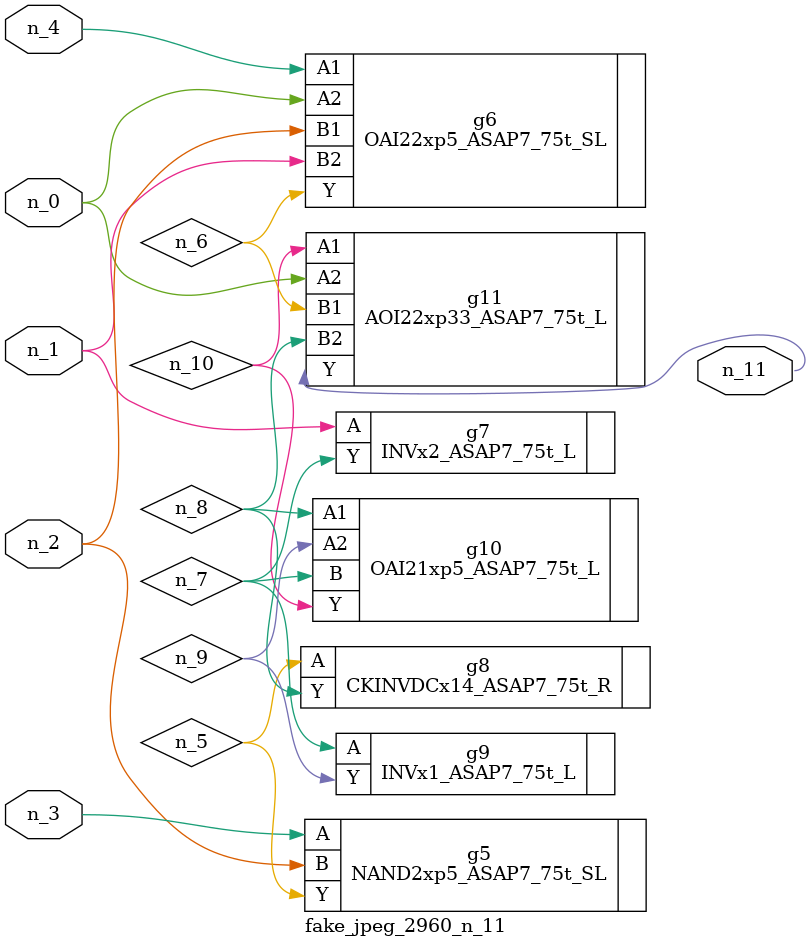
<source format=v>
module fake_jpeg_2960_n_11 (n_3, n_2, n_1, n_0, n_4, n_11);

input n_3;
input n_2;
input n_1;
input n_0;
input n_4;

output n_11;

wire n_10;
wire n_8;
wire n_9;
wire n_6;
wire n_5;
wire n_7;

NAND2xp5_ASAP7_75t_SL g5 ( 
.A(n_3),
.B(n_2),
.Y(n_5)
);

OAI22xp5_ASAP7_75t_SL g6 ( 
.A1(n_4),
.A2(n_0),
.B1(n_2),
.B2(n_1),
.Y(n_6)
);

INVx2_ASAP7_75t_L g7 ( 
.A(n_1),
.Y(n_7)
);

CKINVDCx14_ASAP7_75t_R g8 ( 
.A(n_5),
.Y(n_8)
);

OAI21xp5_ASAP7_75t_L g10 ( 
.A1(n_8),
.A2(n_9),
.B(n_7),
.Y(n_10)
);

INVx1_ASAP7_75t_L g9 ( 
.A(n_7),
.Y(n_9)
);

AOI22xp33_ASAP7_75t_L g11 ( 
.A1(n_10),
.A2(n_0),
.B1(n_6),
.B2(n_8),
.Y(n_11)
);


endmodule
</source>
